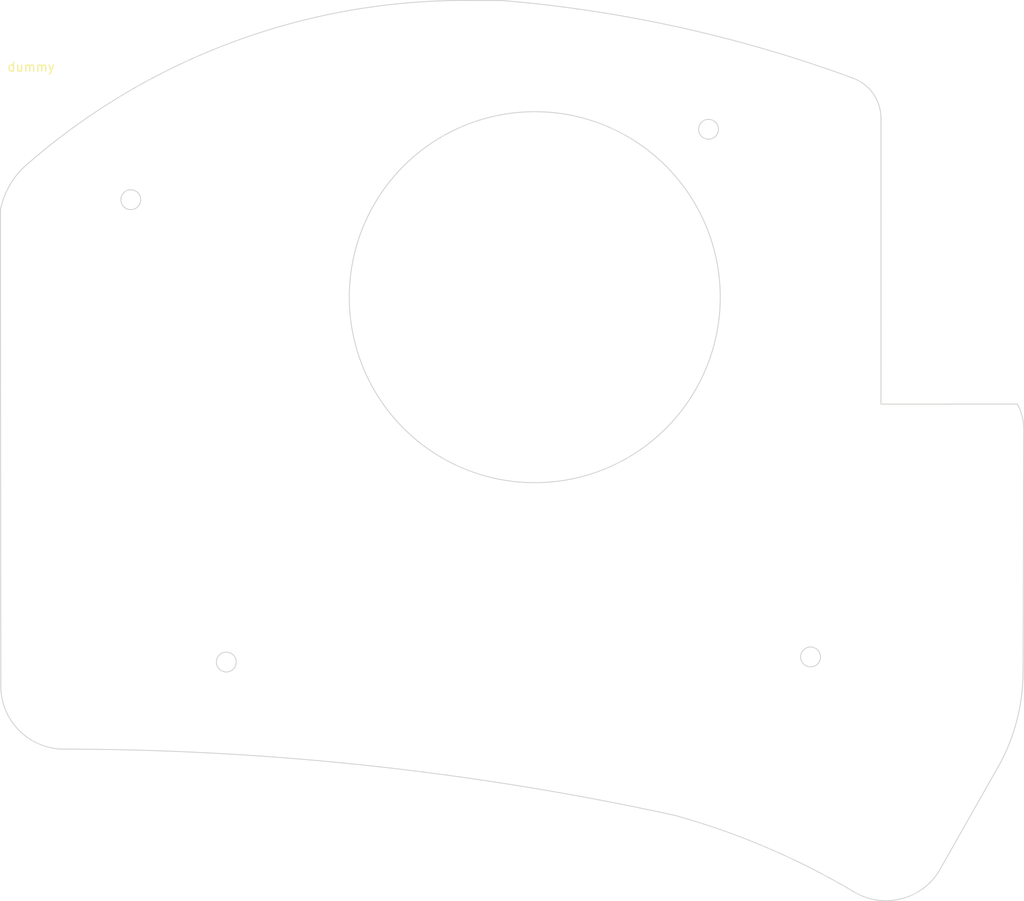
<source format=kicad_pcb>
(kicad_pcb (version 20171130) (host pcbnew 5.1.9)

  (general
    (thickness 1.6)
    (drawings 22)
    (tracks 0)
    (zones 0)
    (modules 1)
    (nets 1)
  )

  (page A4)
  (layers
    (0 F.Cu signal)
    (31 B.Cu signal)
    (32 B.Adhes user)
    (33 F.Adhes user)
    (34 B.Paste user)
    (35 F.Paste user)
    (36 B.SilkS user)
    (37 F.SilkS user)
    (38 B.Mask user)
    (39 F.Mask user)
    (40 Dwgs.User user)
    (41 Cmts.User user)
    (42 Eco1.User user)
    (43 Eco2.User user)
    (44 Edge.Cuts user)
    (45 Margin user)
    (46 B.CrtYd user)
    (47 F.CrtYd user)
    (48 B.Fab user)
    (49 F.Fab user)
  )

  (setup
    (last_trace_width 0.25)
    (trace_clearance 0.2)
    (zone_clearance 0.508)
    (zone_45_only no)
    (trace_min 0.2)
    (via_size 0.8)
    (via_drill 0.4)
    (via_min_size 0.4)
    (via_min_drill 0.3)
    (uvia_size 0.3)
    (uvia_drill 0.1)
    (uvias_allowed no)
    (uvia_min_size 0.2)
    (uvia_min_drill 0.1)
    (edge_width 0.1)
    (segment_width 0.2)
    (pcb_text_width 0.3)
    (pcb_text_size 1.5 1.5)
    (mod_edge_width 0.12)
    (mod_text_size 1 1)
    (mod_text_width 0.1)
    (pad_size 1.524 1.524)
    (pad_drill 0.762)
    (pad_to_mask_clearance 0.05)
    (aux_axis_origin 0 0)
    (visible_elements FFFFFFFF)
    (pcbplotparams
      (layerselection 0x010fc_ffffffff)
      (usegerberextensions false)
      (usegerberattributes true)
      (usegerberadvancedattributes true)
      (creategerberjobfile true)
      (excludeedgelayer true)
      (linewidth 0.100000)
      (plotframeref false)
      (viasonmask false)
      (mode 1)
      (useauxorigin false)
      (hpglpennumber 1)
      (hpglpenspeed 20)
      (hpglpendiameter 15.000000)
      (psnegative false)
      (psa4output false)
      (plotreference false)
      (plotvalue false)
      (plotinvisibletext false)
      (padsonsilk false)
      (subtractmaskfromsilk false)
      (outputformat 1)
      (mirror false)
      (drillshape 0)
      (scaleselection 1)
      (outputdirectory ""))
  )

  (net 0 "")

  (net_class Default "This is the default net class."
    (clearance 0.2)
    (trace_width 0.25)
    (via_dia 0.8)
    (via_drill 0.4)
    (uvia_dia 0.3)
    (uvia_drill 0.1)
  )

  (net_class Power ""
    (clearance 0.2)
    (trace_width 0.3)
    (via_dia 0.8)
    (via_drill 0.4)
    (uvia_dia 0.3)
    (uvia_drill 0.1)
  )

  (module dummy:dummy (layer F.Cu) (tedit 604AAE8F) (tstamp 6068E0E1)
    (at 12 12)
    (fp_text reference dummy (at 0 0.5) (layer F.SilkS)
      (effects (font (size 1 1) (thickness 0.15)))
    )
    (fp_text value dummy (at 0 -0.5) (layer F.Fab)
      (effects (font (size 1 1) (thickness 0.15)))
    )
  )

  (gr_circle (center 87.05 19.4) (end 88.15 19.4) (layer Edge.Cuts) (width 0.1) (tstamp 6069110F))
  (gr_circle (center 33.63 78.42) (end 34.73 78.42) (layer Edge.Cuts) (width 0.1) (tstamp 6069110F))
  (gr_circle (center 98.35 77.85) (end 99.45 77.85) (layer Edge.Cuts) (width 0.1) (tstamp 6069110F))
  (gr_circle (center 23.05 27.2) (end 24.15 27.2) (layer Edge.Cuts) (width 0.1) (tstamp 606910FB))
  (gr_circle (center 67.8 38) (end 88.35 38) (layer Edge.Cuts) (width 0.1))
  (gr_arc (start 101.403543 18.190204) (end 106.153543 18.190204) (angle -70.11765915) (layer Edge.Cuts) (width 0.1) (tstamp 6068D5E1))
  (gr_arc (start 51.931484 152.624677) (end 103.018969 13.723337) (angle -15.43081601) (layer Edge.Cuts) (width 0.1) (tstamp 6068D5C5))
  (gr_line (start 106.15 49.85) (end 121.26098 49.844001) (layer Edge.Cuts) (width 0.1) (tstamp 6068D556))
  (gr_arc (start 116.215001 52.600918) (end 121.965001 52.600918) (angle -28.65039189) (layer Edge.Cuts) (width 0.1) (tstamp 6068D53C))
  (gr_line (start 121.9 78.8) (end 121.893314 79.630452) (layer Edge.Cuts) (width 0.1) (tstamp 6068D4F9))
  (gr_line (start 121.965001 52.600918) (end 121.9 78.8) (layer Edge.Cuts) (width 0.1) (tstamp 6068D4C2))
  (gr_arc (start 100.190263 79.447367) (end 119.398792 89.551246) (angle -27.26148989) (layer Edge.Cuts) (width 0.1) (tstamp 6068D45D))
  (gr_line (start 119.398792 89.551246) (end 112.550487 101.641178) (layer Edge.Cuts) (width 0.1) (tstamp 6068D449))
  (gr_arc (start 106.708 97.938735) (end 103.2 103.9) (angle -88.11250382) (layer Edge.Cuts) (width 0.1) (tstamp 6068D3EC))
  (gr_arc (start 61.59 173.76) (end 103.2 103.9) (angle -15.27393997) (layer Edge.Cuts) (width 0.1) (tstamp 6068D3B7))
  (gr_arc (start 15.281782 407.025991) (end 83.326703 95.40614) (angle -12.22013042) (layer Edge.Cuts) (width 0.1) (tstamp 6068D376))
  (gr_arc (start 60.008389 78.858139) (end 60.008389 5.128139) (angle -40.89999906) (layer Edge.Cuts) (width 0.1) (tstamp 6068D32E))
  (gr_arc (start 17.48 30.13) (end 11.73435 23.129062) (angle -38.97981394) (layer Edge.Cuts) (width 0.1) (tstamp 6068D2EE))
  (gr_arc (start 15.650037 81.065841) (end 8.650038 81.13584) (angle -90.85844454) (layer Edge.Cuts) (width 0.1) (tstamp 6068D2CC))
  (gr_line (start 64.21927 5.137309) (end 60.008389 5.128139) (layer Edge.Cuts) (width 0.1) (tstamp 6068D287))
  (gr_line (start 106.15 49.85) (end 106.153543 18.190204) (layer Edge.Cuts) (width 0.1) (tstamp 6068D262))
  (gr_line (start 8.609602 28.301979) (end 8.650038 81.13584) (layer Edge.Cuts) (width 0.1) (tstamp 6068D1C3))

)

</source>
